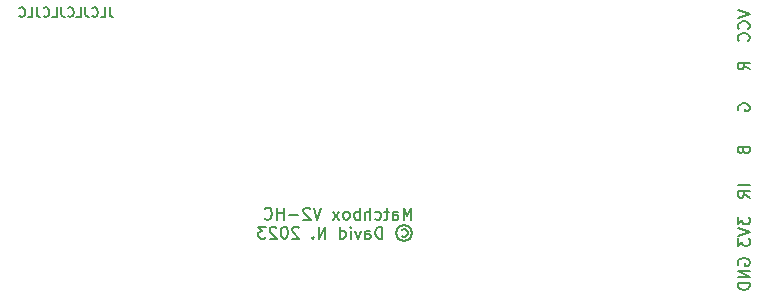
<source format=gbr>
%TF.GenerationSoftware,KiCad,Pcbnew,7.0.6*%
%TF.CreationDate,2024-04-30T22:33:33+02:00*%
%TF.ProjectId,MatchboxV2_HC,4d617463-6862-46f7-9856-325f48432e6b,rev?*%
%TF.SameCoordinates,Original*%
%TF.FileFunction,Legend,Bot*%
%TF.FilePolarity,Positive*%
%FSLAX46Y46*%
G04 Gerber Fmt 4.6, Leading zero omitted, Abs format (unit mm)*
G04 Created by KiCad (PCBNEW 7.0.6) date 2024-04-30 22:33:33*
%MOMM*%
%LPD*%
G01*
G04 APERTURE LIST*
%ADD10C,0.150000*%
%ADD11C,0.200000*%
G04 APERTURE END LIST*
D10*
X179469819Y-95036779D02*
X178469819Y-95036779D01*
X179469819Y-96084397D02*
X178993628Y-95751064D01*
X179469819Y-95512969D02*
X178469819Y-95512969D01*
X178469819Y-95512969D02*
X178469819Y-95893921D01*
X178469819Y-95893921D02*
X178517438Y-95989159D01*
X178517438Y-95989159D02*
X178565057Y-96036778D01*
X178565057Y-96036778D02*
X178660295Y-96084397D01*
X178660295Y-96084397D02*
X178803152Y-96084397D01*
X178803152Y-96084397D02*
X178898390Y-96036778D01*
X178898390Y-96036778D02*
X178946009Y-95989159D01*
X178946009Y-95989159D02*
X178993628Y-95893921D01*
X178993628Y-95893921D02*
X178993628Y-95512969D01*
X178469819Y-97741541D02*
X178469819Y-98360588D01*
X178469819Y-98360588D02*
X178850771Y-98027255D01*
X178850771Y-98027255D02*
X178850771Y-98170112D01*
X178850771Y-98170112D02*
X178898390Y-98265350D01*
X178898390Y-98265350D02*
X178946009Y-98312969D01*
X178946009Y-98312969D02*
X179041247Y-98360588D01*
X179041247Y-98360588D02*
X179279342Y-98360588D01*
X179279342Y-98360588D02*
X179374580Y-98312969D01*
X179374580Y-98312969D02*
X179422200Y-98265350D01*
X179422200Y-98265350D02*
X179469819Y-98170112D01*
X179469819Y-98170112D02*
X179469819Y-97884398D01*
X179469819Y-97884398D02*
X179422200Y-97789160D01*
X179422200Y-97789160D02*
X179374580Y-97741541D01*
X178469819Y-98646303D02*
X179469819Y-98979636D01*
X179469819Y-98979636D02*
X178469819Y-99312969D01*
X178469819Y-99551065D02*
X178469819Y-100170112D01*
X178469819Y-100170112D02*
X178850771Y-99836779D01*
X178850771Y-99836779D02*
X178850771Y-99979636D01*
X178850771Y-99979636D02*
X178898390Y-100074874D01*
X178898390Y-100074874D02*
X178946009Y-100122493D01*
X178946009Y-100122493D02*
X179041247Y-100170112D01*
X179041247Y-100170112D02*
X179279342Y-100170112D01*
X179279342Y-100170112D02*
X179374580Y-100122493D01*
X179374580Y-100122493D02*
X179422200Y-100074874D01*
X179422200Y-100074874D02*
X179469819Y-99979636D01*
X179469819Y-99979636D02*
X179469819Y-99693922D01*
X179469819Y-99693922D02*
X179422200Y-99598684D01*
X179422200Y-99598684D02*
X179374580Y-99551065D01*
D11*
X179467219Y-85241101D02*
X178991028Y-84907768D01*
X179467219Y-84669673D02*
X178467219Y-84669673D01*
X178467219Y-84669673D02*
X178467219Y-85050625D01*
X178467219Y-85050625D02*
X178514838Y-85145863D01*
X178514838Y-85145863D02*
X178562457Y-85193482D01*
X178562457Y-85193482D02*
X178657695Y-85241101D01*
X178657695Y-85241101D02*
X178800552Y-85241101D01*
X178800552Y-85241101D02*
X178895790Y-85193482D01*
X178895790Y-85193482D02*
X178943409Y-85145863D01*
X178943409Y-85145863D02*
X178991028Y-85050625D01*
X178991028Y-85050625D02*
X178991028Y-84669673D01*
D10*
X125282268Y-79994295D02*
X125282268Y-80565723D01*
X125282268Y-80565723D02*
X125320363Y-80680009D01*
X125320363Y-80680009D02*
X125396554Y-80756200D01*
X125396554Y-80756200D02*
X125510839Y-80794295D01*
X125510839Y-80794295D02*
X125587030Y-80794295D01*
X124520363Y-80794295D02*
X124901315Y-80794295D01*
X124901315Y-80794295D02*
X124901315Y-79994295D01*
X123796553Y-80718104D02*
X123834649Y-80756200D01*
X123834649Y-80756200D02*
X123948934Y-80794295D01*
X123948934Y-80794295D02*
X124025125Y-80794295D01*
X124025125Y-80794295D02*
X124139411Y-80756200D01*
X124139411Y-80756200D02*
X124215601Y-80680009D01*
X124215601Y-80680009D02*
X124253696Y-80603819D01*
X124253696Y-80603819D02*
X124291792Y-80451438D01*
X124291792Y-80451438D02*
X124291792Y-80337152D01*
X124291792Y-80337152D02*
X124253696Y-80184771D01*
X124253696Y-80184771D02*
X124215601Y-80108580D01*
X124215601Y-80108580D02*
X124139411Y-80032390D01*
X124139411Y-80032390D02*
X124025125Y-79994295D01*
X124025125Y-79994295D02*
X123948934Y-79994295D01*
X123948934Y-79994295D02*
X123834649Y-80032390D01*
X123834649Y-80032390D02*
X123796553Y-80070485D01*
X123225125Y-79994295D02*
X123225125Y-80565723D01*
X123225125Y-80565723D02*
X123263220Y-80680009D01*
X123263220Y-80680009D02*
X123339411Y-80756200D01*
X123339411Y-80756200D02*
X123453696Y-80794295D01*
X123453696Y-80794295D02*
X123529887Y-80794295D01*
X122463220Y-80794295D02*
X122844172Y-80794295D01*
X122844172Y-80794295D02*
X122844172Y-79994295D01*
X121739410Y-80718104D02*
X121777506Y-80756200D01*
X121777506Y-80756200D02*
X121891791Y-80794295D01*
X121891791Y-80794295D02*
X121967982Y-80794295D01*
X121967982Y-80794295D02*
X122082268Y-80756200D01*
X122082268Y-80756200D02*
X122158458Y-80680009D01*
X122158458Y-80680009D02*
X122196553Y-80603819D01*
X122196553Y-80603819D02*
X122234649Y-80451438D01*
X122234649Y-80451438D02*
X122234649Y-80337152D01*
X122234649Y-80337152D02*
X122196553Y-80184771D01*
X122196553Y-80184771D02*
X122158458Y-80108580D01*
X122158458Y-80108580D02*
X122082268Y-80032390D01*
X122082268Y-80032390D02*
X121967982Y-79994295D01*
X121967982Y-79994295D02*
X121891791Y-79994295D01*
X121891791Y-79994295D02*
X121777506Y-80032390D01*
X121777506Y-80032390D02*
X121739410Y-80070485D01*
X121167982Y-79994295D02*
X121167982Y-80565723D01*
X121167982Y-80565723D02*
X121206077Y-80680009D01*
X121206077Y-80680009D02*
X121282268Y-80756200D01*
X121282268Y-80756200D02*
X121396553Y-80794295D01*
X121396553Y-80794295D02*
X121472744Y-80794295D01*
X120406077Y-80794295D02*
X120787029Y-80794295D01*
X120787029Y-80794295D02*
X120787029Y-79994295D01*
X119682267Y-80718104D02*
X119720363Y-80756200D01*
X119720363Y-80756200D02*
X119834648Y-80794295D01*
X119834648Y-80794295D02*
X119910839Y-80794295D01*
X119910839Y-80794295D02*
X120025125Y-80756200D01*
X120025125Y-80756200D02*
X120101315Y-80680009D01*
X120101315Y-80680009D02*
X120139410Y-80603819D01*
X120139410Y-80603819D02*
X120177506Y-80451438D01*
X120177506Y-80451438D02*
X120177506Y-80337152D01*
X120177506Y-80337152D02*
X120139410Y-80184771D01*
X120139410Y-80184771D02*
X120101315Y-80108580D01*
X120101315Y-80108580D02*
X120025125Y-80032390D01*
X120025125Y-80032390D02*
X119910839Y-79994295D01*
X119910839Y-79994295D02*
X119834648Y-79994295D01*
X119834648Y-79994295D02*
X119720363Y-80032390D01*
X119720363Y-80032390D02*
X119682267Y-80070485D01*
X119110839Y-79994295D02*
X119110839Y-80565723D01*
X119110839Y-80565723D02*
X119148934Y-80680009D01*
X119148934Y-80680009D02*
X119225125Y-80756200D01*
X119225125Y-80756200D02*
X119339410Y-80794295D01*
X119339410Y-80794295D02*
X119415601Y-80794295D01*
X118348934Y-80794295D02*
X118729886Y-80794295D01*
X118729886Y-80794295D02*
X118729886Y-79994295D01*
X117625124Y-80718104D02*
X117663220Y-80756200D01*
X117663220Y-80756200D02*
X117777505Y-80794295D01*
X117777505Y-80794295D02*
X117853696Y-80794295D01*
X117853696Y-80794295D02*
X117967982Y-80756200D01*
X117967982Y-80756200D02*
X118044172Y-80680009D01*
X118044172Y-80680009D02*
X118082267Y-80603819D01*
X118082267Y-80603819D02*
X118120363Y-80451438D01*
X118120363Y-80451438D02*
X118120363Y-80337152D01*
X118120363Y-80337152D02*
X118082267Y-80184771D01*
X118082267Y-80184771D02*
X118044172Y-80108580D01*
X118044172Y-80108580D02*
X117967982Y-80032390D01*
X117967982Y-80032390D02*
X117853696Y-79994295D01*
X117853696Y-79994295D02*
X117777505Y-79994295D01*
X117777505Y-79994295D02*
X117663220Y-80032390D01*
X117663220Y-80032390D02*
X117625124Y-80070485D01*
D11*
X150830326Y-97947219D02*
X150830326Y-96947219D01*
X150830326Y-96947219D02*
X150496993Y-97661504D01*
X150496993Y-97661504D02*
X150163660Y-96947219D01*
X150163660Y-96947219D02*
X150163660Y-97947219D01*
X149258898Y-97947219D02*
X149258898Y-97423409D01*
X149258898Y-97423409D02*
X149306517Y-97328171D01*
X149306517Y-97328171D02*
X149401755Y-97280552D01*
X149401755Y-97280552D02*
X149592231Y-97280552D01*
X149592231Y-97280552D02*
X149687469Y-97328171D01*
X149258898Y-97899600D02*
X149354136Y-97947219D01*
X149354136Y-97947219D02*
X149592231Y-97947219D01*
X149592231Y-97947219D02*
X149687469Y-97899600D01*
X149687469Y-97899600D02*
X149735088Y-97804361D01*
X149735088Y-97804361D02*
X149735088Y-97709123D01*
X149735088Y-97709123D02*
X149687469Y-97613885D01*
X149687469Y-97613885D02*
X149592231Y-97566266D01*
X149592231Y-97566266D02*
X149354136Y-97566266D01*
X149354136Y-97566266D02*
X149258898Y-97518647D01*
X148925564Y-97280552D02*
X148544612Y-97280552D01*
X148782707Y-96947219D02*
X148782707Y-97804361D01*
X148782707Y-97804361D02*
X148735088Y-97899600D01*
X148735088Y-97899600D02*
X148639850Y-97947219D01*
X148639850Y-97947219D02*
X148544612Y-97947219D01*
X147782707Y-97899600D02*
X147877945Y-97947219D01*
X147877945Y-97947219D02*
X148068421Y-97947219D01*
X148068421Y-97947219D02*
X148163659Y-97899600D01*
X148163659Y-97899600D02*
X148211278Y-97851980D01*
X148211278Y-97851980D02*
X148258897Y-97756742D01*
X148258897Y-97756742D02*
X148258897Y-97471028D01*
X148258897Y-97471028D02*
X148211278Y-97375790D01*
X148211278Y-97375790D02*
X148163659Y-97328171D01*
X148163659Y-97328171D02*
X148068421Y-97280552D01*
X148068421Y-97280552D02*
X147877945Y-97280552D01*
X147877945Y-97280552D02*
X147782707Y-97328171D01*
X147354135Y-97947219D02*
X147354135Y-96947219D01*
X146925564Y-97947219D02*
X146925564Y-97423409D01*
X146925564Y-97423409D02*
X146973183Y-97328171D01*
X146973183Y-97328171D02*
X147068421Y-97280552D01*
X147068421Y-97280552D02*
X147211278Y-97280552D01*
X147211278Y-97280552D02*
X147306516Y-97328171D01*
X147306516Y-97328171D02*
X147354135Y-97375790D01*
X146449373Y-97947219D02*
X146449373Y-96947219D01*
X146449373Y-97328171D02*
X146354135Y-97280552D01*
X146354135Y-97280552D02*
X146163659Y-97280552D01*
X146163659Y-97280552D02*
X146068421Y-97328171D01*
X146068421Y-97328171D02*
X146020802Y-97375790D01*
X146020802Y-97375790D02*
X145973183Y-97471028D01*
X145973183Y-97471028D02*
X145973183Y-97756742D01*
X145973183Y-97756742D02*
X146020802Y-97851980D01*
X146020802Y-97851980D02*
X146068421Y-97899600D01*
X146068421Y-97899600D02*
X146163659Y-97947219D01*
X146163659Y-97947219D02*
X146354135Y-97947219D01*
X146354135Y-97947219D02*
X146449373Y-97899600D01*
X145401754Y-97947219D02*
X145496992Y-97899600D01*
X145496992Y-97899600D02*
X145544611Y-97851980D01*
X145544611Y-97851980D02*
X145592230Y-97756742D01*
X145592230Y-97756742D02*
X145592230Y-97471028D01*
X145592230Y-97471028D02*
X145544611Y-97375790D01*
X145544611Y-97375790D02*
X145496992Y-97328171D01*
X145496992Y-97328171D02*
X145401754Y-97280552D01*
X145401754Y-97280552D02*
X145258897Y-97280552D01*
X145258897Y-97280552D02*
X145163659Y-97328171D01*
X145163659Y-97328171D02*
X145116040Y-97375790D01*
X145116040Y-97375790D02*
X145068421Y-97471028D01*
X145068421Y-97471028D02*
X145068421Y-97756742D01*
X145068421Y-97756742D02*
X145116040Y-97851980D01*
X145116040Y-97851980D02*
X145163659Y-97899600D01*
X145163659Y-97899600D02*
X145258897Y-97947219D01*
X145258897Y-97947219D02*
X145401754Y-97947219D01*
X144735087Y-97947219D02*
X144211278Y-97280552D01*
X144735087Y-97280552D02*
X144211278Y-97947219D01*
X143211277Y-96947219D02*
X142877944Y-97947219D01*
X142877944Y-97947219D02*
X142544611Y-96947219D01*
X142258896Y-97042457D02*
X142211277Y-96994838D01*
X142211277Y-96994838D02*
X142116039Y-96947219D01*
X142116039Y-96947219D02*
X141877944Y-96947219D01*
X141877944Y-96947219D02*
X141782706Y-96994838D01*
X141782706Y-96994838D02*
X141735087Y-97042457D01*
X141735087Y-97042457D02*
X141687468Y-97137695D01*
X141687468Y-97137695D02*
X141687468Y-97232933D01*
X141687468Y-97232933D02*
X141735087Y-97375790D01*
X141735087Y-97375790D02*
X142306515Y-97947219D01*
X142306515Y-97947219D02*
X141687468Y-97947219D01*
X141258896Y-97566266D02*
X140496992Y-97566266D01*
X140020801Y-97947219D02*
X140020801Y-96947219D01*
X140020801Y-97423409D02*
X139449373Y-97423409D01*
X139449373Y-97947219D02*
X139449373Y-96947219D01*
X138401754Y-97851980D02*
X138449373Y-97899600D01*
X138449373Y-97899600D02*
X138592230Y-97947219D01*
X138592230Y-97947219D02*
X138687468Y-97947219D01*
X138687468Y-97947219D02*
X138830325Y-97899600D01*
X138830325Y-97899600D02*
X138925563Y-97804361D01*
X138925563Y-97804361D02*
X138973182Y-97709123D01*
X138973182Y-97709123D02*
X139020801Y-97518647D01*
X139020801Y-97518647D02*
X139020801Y-97375790D01*
X139020801Y-97375790D02*
X138973182Y-97185314D01*
X138973182Y-97185314D02*
X138925563Y-97090076D01*
X138925563Y-97090076D02*
X138830325Y-96994838D01*
X138830325Y-96994838D02*
X138687468Y-96947219D01*
X138687468Y-96947219D02*
X138592230Y-96947219D01*
X138592230Y-96947219D02*
X138449373Y-96994838D01*
X138449373Y-96994838D02*
X138401754Y-97042457D01*
X150020802Y-98795314D02*
X150116041Y-98747695D01*
X150116041Y-98747695D02*
X150306517Y-98747695D01*
X150306517Y-98747695D02*
X150401755Y-98795314D01*
X150401755Y-98795314D02*
X150496993Y-98890552D01*
X150496993Y-98890552D02*
X150544612Y-98985790D01*
X150544612Y-98985790D02*
X150544612Y-99176266D01*
X150544612Y-99176266D02*
X150496993Y-99271504D01*
X150496993Y-99271504D02*
X150401755Y-99366742D01*
X150401755Y-99366742D02*
X150306517Y-99414361D01*
X150306517Y-99414361D02*
X150116041Y-99414361D01*
X150116041Y-99414361D02*
X150020802Y-99366742D01*
X150211279Y-98414361D02*
X150449374Y-98461980D01*
X150449374Y-98461980D02*
X150687469Y-98604838D01*
X150687469Y-98604838D02*
X150830326Y-98842933D01*
X150830326Y-98842933D02*
X150877945Y-99081028D01*
X150877945Y-99081028D02*
X150830326Y-99319123D01*
X150830326Y-99319123D02*
X150687469Y-99557219D01*
X150687469Y-99557219D02*
X150449374Y-99700076D01*
X150449374Y-99700076D02*
X150211279Y-99747695D01*
X150211279Y-99747695D02*
X149973183Y-99700076D01*
X149973183Y-99700076D02*
X149735088Y-99557219D01*
X149735088Y-99557219D02*
X149592231Y-99319123D01*
X149592231Y-99319123D02*
X149544612Y-99081028D01*
X149544612Y-99081028D02*
X149592231Y-98842933D01*
X149592231Y-98842933D02*
X149735088Y-98604838D01*
X149735088Y-98604838D02*
X149973183Y-98461980D01*
X149973183Y-98461980D02*
X150211279Y-98414361D01*
X148354135Y-99557219D02*
X148354135Y-98557219D01*
X148354135Y-98557219D02*
X148116040Y-98557219D01*
X148116040Y-98557219D02*
X147973183Y-98604838D01*
X147973183Y-98604838D02*
X147877945Y-98700076D01*
X147877945Y-98700076D02*
X147830326Y-98795314D01*
X147830326Y-98795314D02*
X147782707Y-98985790D01*
X147782707Y-98985790D02*
X147782707Y-99128647D01*
X147782707Y-99128647D02*
X147830326Y-99319123D01*
X147830326Y-99319123D02*
X147877945Y-99414361D01*
X147877945Y-99414361D02*
X147973183Y-99509600D01*
X147973183Y-99509600D02*
X148116040Y-99557219D01*
X148116040Y-99557219D02*
X148354135Y-99557219D01*
X146925564Y-99557219D02*
X146925564Y-99033409D01*
X146925564Y-99033409D02*
X146973183Y-98938171D01*
X146973183Y-98938171D02*
X147068421Y-98890552D01*
X147068421Y-98890552D02*
X147258897Y-98890552D01*
X147258897Y-98890552D02*
X147354135Y-98938171D01*
X146925564Y-99509600D02*
X147020802Y-99557219D01*
X147020802Y-99557219D02*
X147258897Y-99557219D01*
X147258897Y-99557219D02*
X147354135Y-99509600D01*
X147354135Y-99509600D02*
X147401754Y-99414361D01*
X147401754Y-99414361D02*
X147401754Y-99319123D01*
X147401754Y-99319123D02*
X147354135Y-99223885D01*
X147354135Y-99223885D02*
X147258897Y-99176266D01*
X147258897Y-99176266D02*
X147020802Y-99176266D01*
X147020802Y-99176266D02*
X146925564Y-99128647D01*
X146544611Y-98890552D02*
X146306516Y-99557219D01*
X146306516Y-99557219D02*
X146068421Y-98890552D01*
X145687468Y-99557219D02*
X145687468Y-98890552D01*
X145687468Y-98557219D02*
X145735087Y-98604838D01*
X145735087Y-98604838D02*
X145687468Y-98652457D01*
X145687468Y-98652457D02*
X145639849Y-98604838D01*
X145639849Y-98604838D02*
X145687468Y-98557219D01*
X145687468Y-98557219D02*
X145687468Y-98652457D01*
X144782707Y-99557219D02*
X144782707Y-98557219D01*
X144782707Y-99509600D02*
X144877945Y-99557219D01*
X144877945Y-99557219D02*
X145068421Y-99557219D01*
X145068421Y-99557219D02*
X145163659Y-99509600D01*
X145163659Y-99509600D02*
X145211278Y-99461980D01*
X145211278Y-99461980D02*
X145258897Y-99366742D01*
X145258897Y-99366742D02*
X145258897Y-99081028D01*
X145258897Y-99081028D02*
X145211278Y-98985790D01*
X145211278Y-98985790D02*
X145163659Y-98938171D01*
X145163659Y-98938171D02*
X145068421Y-98890552D01*
X145068421Y-98890552D02*
X144877945Y-98890552D01*
X144877945Y-98890552D02*
X144782707Y-98938171D01*
X143544611Y-99557219D02*
X143544611Y-98557219D01*
X143544611Y-98557219D02*
X142973183Y-99557219D01*
X142973183Y-99557219D02*
X142973183Y-98557219D01*
X142496992Y-99461980D02*
X142449373Y-99509600D01*
X142449373Y-99509600D02*
X142496992Y-99557219D01*
X142496992Y-99557219D02*
X142544611Y-99509600D01*
X142544611Y-99509600D02*
X142496992Y-99461980D01*
X142496992Y-99461980D02*
X142496992Y-99557219D01*
X141306516Y-98652457D02*
X141258897Y-98604838D01*
X141258897Y-98604838D02*
X141163659Y-98557219D01*
X141163659Y-98557219D02*
X140925564Y-98557219D01*
X140925564Y-98557219D02*
X140830326Y-98604838D01*
X140830326Y-98604838D02*
X140782707Y-98652457D01*
X140782707Y-98652457D02*
X140735088Y-98747695D01*
X140735088Y-98747695D02*
X140735088Y-98842933D01*
X140735088Y-98842933D02*
X140782707Y-98985790D01*
X140782707Y-98985790D02*
X141354135Y-99557219D01*
X141354135Y-99557219D02*
X140735088Y-99557219D01*
X140116040Y-98557219D02*
X140020802Y-98557219D01*
X140020802Y-98557219D02*
X139925564Y-98604838D01*
X139925564Y-98604838D02*
X139877945Y-98652457D01*
X139877945Y-98652457D02*
X139830326Y-98747695D01*
X139830326Y-98747695D02*
X139782707Y-98938171D01*
X139782707Y-98938171D02*
X139782707Y-99176266D01*
X139782707Y-99176266D02*
X139830326Y-99366742D01*
X139830326Y-99366742D02*
X139877945Y-99461980D01*
X139877945Y-99461980D02*
X139925564Y-99509600D01*
X139925564Y-99509600D02*
X140020802Y-99557219D01*
X140020802Y-99557219D02*
X140116040Y-99557219D01*
X140116040Y-99557219D02*
X140211278Y-99509600D01*
X140211278Y-99509600D02*
X140258897Y-99461980D01*
X140258897Y-99461980D02*
X140306516Y-99366742D01*
X140306516Y-99366742D02*
X140354135Y-99176266D01*
X140354135Y-99176266D02*
X140354135Y-98938171D01*
X140354135Y-98938171D02*
X140306516Y-98747695D01*
X140306516Y-98747695D02*
X140258897Y-98652457D01*
X140258897Y-98652457D02*
X140211278Y-98604838D01*
X140211278Y-98604838D02*
X140116040Y-98557219D01*
X139401754Y-98652457D02*
X139354135Y-98604838D01*
X139354135Y-98604838D02*
X139258897Y-98557219D01*
X139258897Y-98557219D02*
X139020802Y-98557219D01*
X139020802Y-98557219D02*
X138925564Y-98604838D01*
X138925564Y-98604838D02*
X138877945Y-98652457D01*
X138877945Y-98652457D02*
X138830326Y-98747695D01*
X138830326Y-98747695D02*
X138830326Y-98842933D01*
X138830326Y-98842933D02*
X138877945Y-98985790D01*
X138877945Y-98985790D02*
X139449373Y-99557219D01*
X139449373Y-99557219D02*
X138830326Y-99557219D01*
X138496992Y-98557219D02*
X137877945Y-98557219D01*
X137877945Y-98557219D02*
X138211278Y-98938171D01*
X138211278Y-98938171D02*
X138068421Y-98938171D01*
X138068421Y-98938171D02*
X137973183Y-98985790D01*
X137973183Y-98985790D02*
X137925564Y-99033409D01*
X137925564Y-99033409D02*
X137877945Y-99128647D01*
X137877945Y-99128647D02*
X137877945Y-99366742D01*
X137877945Y-99366742D02*
X137925564Y-99461980D01*
X137925564Y-99461980D02*
X137973183Y-99509600D01*
X137973183Y-99509600D02*
X138068421Y-99557219D01*
X138068421Y-99557219D02*
X138354135Y-99557219D01*
X138354135Y-99557219D02*
X138449373Y-99509600D01*
X138449373Y-99509600D02*
X138496992Y-99461980D01*
X178514838Y-88693482D02*
X178467219Y-88598244D01*
X178467219Y-88598244D02*
X178467219Y-88455387D01*
X178467219Y-88455387D02*
X178514838Y-88312530D01*
X178514838Y-88312530D02*
X178610076Y-88217292D01*
X178610076Y-88217292D02*
X178705314Y-88169673D01*
X178705314Y-88169673D02*
X178895790Y-88122054D01*
X178895790Y-88122054D02*
X179038647Y-88122054D01*
X179038647Y-88122054D02*
X179229123Y-88169673D01*
X179229123Y-88169673D02*
X179324361Y-88217292D01*
X179324361Y-88217292D02*
X179419600Y-88312530D01*
X179419600Y-88312530D02*
X179467219Y-88455387D01*
X179467219Y-88455387D02*
X179467219Y-88550625D01*
X179467219Y-88550625D02*
X179419600Y-88693482D01*
X179419600Y-88693482D02*
X179371980Y-88741101D01*
X179371980Y-88741101D02*
X179038647Y-88741101D01*
X179038647Y-88741101D02*
X179038647Y-88550625D01*
X178514838Y-101793482D02*
X178467219Y-101698244D01*
X178467219Y-101698244D02*
X178467219Y-101555387D01*
X178467219Y-101555387D02*
X178514838Y-101412530D01*
X178514838Y-101412530D02*
X178610076Y-101317292D01*
X178610076Y-101317292D02*
X178705314Y-101269673D01*
X178705314Y-101269673D02*
X178895790Y-101222054D01*
X178895790Y-101222054D02*
X179038647Y-101222054D01*
X179038647Y-101222054D02*
X179229123Y-101269673D01*
X179229123Y-101269673D02*
X179324361Y-101317292D01*
X179324361Y-101317292D02*
X179419600Y-101412530D01*
X179419600Y-101412530D02*
X179467219Y-101555387D01*
X179467219Y-101555387D02*
X179467219Y-101650625D01*
X179467219Y-101650625D02*
X179419600Y-101793482D01*
X179419600Y-101793482D02*
X179371980Y-101841101D01*
X179371980Y-101841101D02*
X179038647Y-101841101D01*
X179038647Y-101841101D02*
X179038647Y-101650625D01*
X179467219Y-102269673D02*
X178467219Y-102269673D01*
X178467219Y-102269673D02*
X179467219Y-102841101D01*
X179467219Y-102841101D02*
X178467219Y-102841101D01*
X179467219Y-103317292D02*
X178467219Y-103317292D01*
X178467219Y-103317292D02*
X178467219Y-103555387D01*
X178467219Y-103555387D02*
X178514838Y-103698244D01*
X178514838Y-103698244D02*
X178610076Y-103793482D01*
X178610076Y-103793482D02*
X178705314Y-103841101D01*
X178705314Y-103841101D02*
X178895790Y-103888720D01*
X178895790Y-103888720D02*
X179038647Y-103888720D01*
X179038647Y-103888720D02*
X179229123Y-103841101D01*
X179229123Y-103841101D02*
X179324361Y-103793482D01*
X179324361Y-103793482D02*
X179419600Y-103698244D01*
X179419600Y-103698244D02*
X179467219Y-103555387D01*
X179467219Y-103555387D02*
X179467219Y-103317292D01*
X178943409Y-92103006D02*
X178991028Y-92245863D01*
X178991028Y-92245863D02*
X179038647Y-92293482D01*
X179038647Y-92293482D02*
X179133885Y-92341101D01*
X179133885Y-92341101D02*
X179276742Y-92341101D01*
X179276742Y-92341101D02*
X179371980Y-92293482D01*
X179371980Y-92293482D02*
X179419600Y-92245863D01*
X179419600Y-92245863D02*
X179467219Y-92150625D01*
X179467219Y-92150625D02*
X179467219Y-91769673D01*
X179467219Y-91769673D02*
X178467219Y-91769673D01*
X178467219Y-91769673D02*
X178467219Y-92103006D01*
X178467219Y-92103006D02*
X178514838Y-92198244D01*
X178514838Y-92198244D02*
X178562457Y-92245863D01*
X178562457Y-92245863D02*
X178657695Y-92293482D01*
X178657695Y-92293482D02*
X178752933Y-92293482D01*
X178752933Y-92293482D02*
X178848171Y-92245863D01*
X178848171Y-92245863D02*
X178895790Y-92198244D01*
X178895790Y-92198244D02*
X178943409Y-92103006D01*
X178943409Y-92103006D02*
X178943409Y-91769673D01*
X178467219Y-80226816D02*
X179467219Y-80560149D01*
X179467219Y-80560149D02*
X178467219Y-80893482D01*
X179371980Y-81798244D02*
X179419600Y-81750625D01*
X179419600Y-81750625D02*
X179467219Y-81607768D01*
X179467219Y-81607768D02*
X179467219Y-81512530D01*
X179467219Y-81512530D02*
X179419600Y-81369673D01*
X179419600Y-81369673D02*
X179324361Y-81274435D01*
X179324361Y-81274435D02*
X179229123Y-81226816D01*
X179229123Y-81226816D02*
X179038647Y-81179197D01*
X179038647Y-81179197D02*
X178895790Y-81179197D01*
X178895790Y-81179197D02*
X178705314Y-81226816D01*
X178705314Y-81226816D02*
X178610076Y-81274435D01*
X178610076Y-81274435D02*
X178514838Y-81369673D01*
X178514838Y-81369673D02*
X178467219Y-81512530D01*
X178467219Y-81512530D02*
X178467219Y-81607768D01*
X178467219Y-81607768D02*
X178514838Y-81750625D01*
X178514838Y-81750625D02*
X178562457Y-81798244D01*
X179371980Y-82798244D02*
X179419600Y-82750625D01*
X179419600Y-82750625D02*
X179467219Y-82607768D01*
X179467219Y-82607768D02*
X179467219Y-82512530D01*
X179467219Y-82512530D02*
X179419600Y-82369673D01*
X179419600Y-82369673D02*
X179324361Y-82274435D01*
X179324361Y-82274435D02*
X179229123Y-82226816D01*
X179229123Y-82226816D02*
X179038647Y-82179197D01*
X179038647Y-82179197D02*
X178895790Y-82179197D01*
X178895790Y-82179197D02*
X178705314Y-82226816D01*
X178705314Y-82226816D02*
X178610076Y-82274435D01*
X178610076Y-82274435D02*
X178514838Y-82369673D01*
X178514838Y-82369673D02*
X178467219Y-82512530D01*
X178467219Y-82512530D02*
X178467219Y-82607768D01*
X178467219Y-82607768D02*
X178514838Y-82750625D01*
X178514838Y-82750625D02*
X178562457Y-82798244D01*
M02*

</source>
